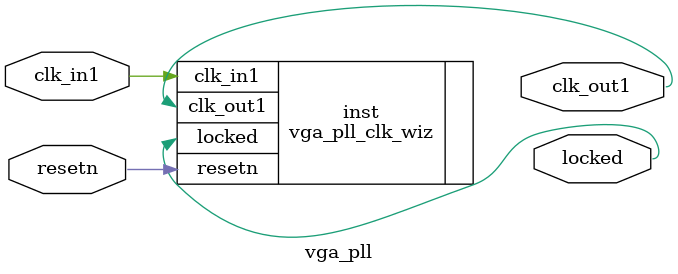
<source format=v>


`timescale 1ps/1ps

(* CORE_GENERATION_INFO = "vga_pll,clk_wiz_v6_0_4_0_0,{component_name=vga_pll,use_phase_alignment=true,use_min_o_jitter=false,use_max_i_jitter=false,use_dyn_phase_shift=false,use_inclk_switchover=false,use_dyn_reconfig=false,enable_axi=0,feedback_source=FDBK_AUTO,PRIMITIVE=PLL,num_out_clk=1,clkin1_period=10.000,clkin2_period=10.000,use_power_down=false,use_reset=true,use_locked=true,use_inclk_stopped=false,feedback_type=SINGLE,CLOCK_MGR_TYPE=NA,manual_override=false}" *)

module vga_pll 
 (
  // Clock out ports
  output        clk_out1,
  // Status and control signals
  input         resetn,
  output        locked,
 // Clock in ports
  input         clk_in1
 );

  vga_pll_clk_wiz inst
  (
  // Clock out ports  
  .clk_out1(clk_out1),
  // Status and control signals               
  .resetn(resetn), 
  .locked(locked),
 // Clock in ports
  .clk_in1(clk_in1)
  );

endmodule

</source>
